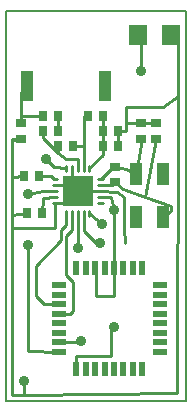
<source format=gtl>
G75*
%MOIN*%
%OFA0B0*%
%FSLAX25Y25*%
%IPPOS*%
%LPD*%
%AMOC8*
5,1,8,0,0,1.08239X$1,22.5*
%
%ADD10C,0.00800*%
%ADD11R,0.04331X0.07480*%
%ADD12R,0.02756X0.03543*%
%ADD13R,0.03543X0.02756*%
%ADD14R,0.09900X0.09900*%
%ADD15C,0.01155*%
%ADD16R,0.04000X0.10000*%
%ADD17R,0.02200X0.05000*%
%ADD18R,0.05000X0.02200*%
%ADD19R,0.06299X0.07087*%
%ADD20C,0.01000*%
%ADD21C,0.03562*%
D10*
X0013000Y0001400D02*
X0013000Y0131400D01*
X0073000Y0131400D01*
X0073000Y0001400D01*
X0013000Y0001400D01*
D11*
X0056472Y0062617D03*
X0065528Y0062617D03*
X0065528Y0077183D03*
X0056472Y0077183D03*
D12*
X0050559Y0086400D03*
X0050559Y0091400D03*
X0045441Y0091400D03*
X0045559Y0096400D03*
X0040441Y0096400D03*
X0035559Y0086400D03*
X0030441Y0086400D03*
X0030559Y0091400D03*
X0030559Y0096400D03*
X0025441Y0096400D03*
X0025441Y0091400D03*
X0024059Y0076400D03*
X0018941Y0076400D03*
X0019941Y0063900D03*
X0025059Y0063900D03*
X0045441Y0086400D03*
D13*
X0049500Y0079459D03*
X0049500Y0074341D03*
X0058000Y0088841D03*
X0058000Y0093959D03*
X0063000Y0093959D03*
X0063000Y0088841D03*
X0018000Y0088841D03*
X0018000Y0093959D03*
D14*
X0036997Y0071402D03*
D15*
X0036997Y0078210D02*
X0036997Y0079756D01*
X0036997Y0078210D02*
X0036997Y0078210D01*
X0036997Y0079756D01*
X0036997Y0079756D01*
X0036997Y0079364D02*
X0036997Y0079364D01*
X0038939Y0079756D02*
X0038939Y0078210D01*
X0038939Y0079756D02*
X0038939Y0079756D01*
X0038939Y0078210D01*
X0038939Y0078210D01*
X0038939Y0079364D02*
X0038939Y0079364D01*
X0040880Y0079756D02*
X0040880Y0078210D01*
X0040880Y0079756D02*
X0040880Y0079756D01*
X0040880Y0078210D01*
X0040880Y0078210D01*
X0040880Y0079364D02*
X0040880Y0079364D01*
X0043805Y0075285D02*
X0045351Y0075285D01*
X0045351Y0075285D01*
X0043805Y0075285D01*
X0043805Y0075285D01*
X0043805Y0073344D02*
X0045351Y0073344D01*
X0045351Y0073344D01*
X0043805Y0073344D01*
X0043805Y0073344D01*
X0043805Y0071402D02*
X0045351Y0071402D01*
X0043805Y0071402D02*
X0043805Y0071402D01*
X0045351Y0071402D01*
X0045351Y0071402D01*
X0045351Y0069461D02*
X0043805Y0069461D01*
X0043805Y0069461D01*
X0045351Y0069461D01*
X0045351Y0069461D01*
X0045351Y0067519D02*
X0043805Y0067519D01*
X0043805Y0067519D01*
X0045351Y0067519D01*
X0045351Y0067519D01*
X0040880Y0064595D02*
X0040880Y0063049D01*
X0040880Y0064595D02*
X0040880Y0064595D01*
X0040880Y0063049D01*
X0040880Y0063049D01*
X0040880Y0064203D02*
X0040880Y0064203D01*
X0038939Y0064595D02*
X0038939Y0063049D01*
X0038939Y0063049D01*
X0038939Y0064595D01*
X0038939Y0064595D01*
X0038939Y0064203D02*
X0038939Y0064203D01*
X0036997Y0064595D02*
X0036997Y0063049D01*
X0036997Y0063049D01*
X0036997Y0064595D01*
X0036997Y0064595D01*
X0036997Y0064203D02*
X0036997Y0064203D01*
X0035056Y0064595D02*
X0035056Y0063049D01*
X0035056Y0063049D01*
X0035056Y0064595D01*
X0035056Y0064595D01*
X0035056Y0064203D02*
X0035056Y0064203D01*
X0033114Y0064595D02*
X0033114Y0063049D01*
X0033114Y0063049D01*
X0033114Y0064595D01*
X0033114Y0064595D01*
X0033114Y0064203D02*
X0033114Y0064203D01*
X0030190Y0067519D02*
X0028644Y0067519D01*
X0030190Y0067519D02*
X0030190Y0067519D01*
X0028644Y0067519D01*
X0028644Y0067519D01*
X0028644Y0069461D02*
X0030190Y0069461D01*
X0030190Y0069461D01*
X0028644Y0069461D01*
X0028644Y0069461D01*
X0028644Y0071402D02*
X0030190Y0071402D01*
X0030190Y0071402D01*
X0028644Y0071402D01*
X0028644Y0071402D01*
X0028644Y0073344D02*
X0030190Y0073344D01*
X0028644Y0073344D02*
X0028644Y0073344D01*
X0030190Y0073344D01*
X0030190Y0073344D01*
X0030190Y0075285D02*
X0028644Y0075285D01*
X0030190Y0075285D02*
X0030190Y0075285D01*
X0028644Y0075285D01*
X0028644Y0075285D01*
X0033114Y0078210D02*
X0033114Y0079756D01*
X0033114Y0078210D02*
X0033114Y0078210D01*
X0033114Y0079756D01*
X0033114Y0079756D01*
X0033114Y0079364D02*
X0033114Y0079364D01*
X0035056Y0079756D02*
X0035056Y0078210D01*
X0035056Y0078210D01*
X0035056Y0079756D01*
X0035056Y0079756D01*
X0035056Y0079364D02*
X0035056Y0079364D01*
D16*
X0046000Y0106400D03*
X0020000Y0106400D03*
D17*
X0036476Y0045800D03*
X0039626Y0045800D03*
X0042776Y0045800D03*
X0045925Y0045800D03*
X0049075Y0045800D03*
X0052224Y0045800D03*
X0055374Y0045800D03*
X0058524Y0045800D03*
X0058524Y0012000D03*
X0055374Y0012000D03*
X0052224Y0012000D03*
X0049075Y0012000D03*
X0045925Y0012000D03*
X0042776Y0012000D03*
X0039626Y0012000D03*
X0036476Y0012000D03*
D18*
X0030600Y0017876D03*
X0030600Y0021026D03*
X0030600Y0024176D03*
X0030600Y0027325D03*
X0030600Y0030475D03*
X0030600Y0033624D03*
X0030600Y0036774D03*
X0030600Y0039924D03*
X0064400Y0039924D03*
X0064400Y0036774D03*
X0064400Y0033624D03*
X0064400Y0030475D03*
X0064400Y0027325D03*
X0064400Y0024176D03*
X0064400Y0021026D03*
X0064400Y0017876D03*
D19*
X0068012Y0123400D03*
X0056988Y0123400D03*
D20*
X0058000Y0120888D01*
X0058000Y0111400D01*
X0053000Y0099400D02*
X0053000Y0093959D01*
X0058000Y0093959D01*
X0063000Y0093959D01*
X0063000Y0088841D02*
X0059500Y0069400D01*
X0068000Y0066400D01*
X0068000Y0064589D01*
X0065528Y0062617D01*
X0059500Y0069400D02*
X0052000Y0071900D01*
X0049500Y0074341D01*
X0048500Y0073344D01*
X0044578Y0073344D01*
X0044578Y0071402D02*
X0044580Y0071400D01*
X0050000Y0070900D01*
X0052500Y0069400D01*
X0052500Y0058900D01*
X0052724Y0054176D01*
X0049075Y0053400D02*
X0049075Y0045800D01*
X0049075Y0036400D01*
X0043000Y0036400D01*
X0043000Y0045800D01*
X0042776Y0045800D01*
X0043000Y0053900D02*
X0044500Y0053900D01*
X0043000Y0053900D02*
X0039000Y0057900D01*
X0039000Y0063761D01*
X0038939Y0063822D01*
X0037000Y0063819D02*
X0037000Y0052400D01*
X0033000Y0056400D02*
X0035056Y0058456D01*
X0035056Y0063822D01*
X0033114Y0063822D02*
X0033000Y0061400D01*
X0033000Y0059900D01*
X0031500Y0058400D01*
X0031500Y0054900D01*
X0023000Y0046400D01*
X0023000Y0036400D01*
X0025776Y0033624D01*
X0030600Y0033624D01*
X0030600Y0030475D02*
X0034575Y0030475D01*
X0035500Y0031400D01*
X0035500Y0040900D01*
X0033000Y0043400D01*
X0033000Y0056400D01*
X0029500Y0059019D02*
X0024500Y0058900D01*
X0015000Y0058900D01*
X0015000Y0003400D01*
X0019000Y0003400D01*
X0019000Y0007900D01*
X0019000Y0003400D02*
X0070000Y0003900D01*
X0070500Y0102900D01*
X0070500Y0120912D01*
X0068012Y0123400D01*
X0068000Y0121400D01*
X0070500Y0102900D02*
X0065500Y0099400D01*
X0053000Y0099400D01*
X0053000Y0093959D02*
X0053000Y0091400D01*
X0050559Y0091400D01*
X0050559Y0086400D01*
X0049500Y0079459D02*
X0053000Y0078683D01*
X0056472Y0077183D01*
X0058472Y0088841D01*
X0058000Y0088841D01*
X0049500Y0079459D02*
X0048251Y0078959D01*
X0044578Y0075285D01*
X0044578Y0071402D02*
X0036997Y0071402D01*
X0033000Y0071402D01*
X0033000Y0073344D01*
X0029417Y0073344D01*
X0029417Y0071402D02*
X0029417Y0071400D01*
X0025500Y0071400D01*
X0020500Y0070400D01*
X0025559Y0068961D02*
X0025059Y0063900D01*
X0025559Y0068961D02*
X0029417Y0069461D01*
X0029417Y0067519D02*
X0029500Y0059019D01*
X0029417Y0067519D02*
X0033000Y0067519D01*
X0033000Y0071402D01*
X0035056Y0071402D02*
X0036997Y0071402D01*
X0035056Y0071402D02*
X0035056Y0078983D01*
X0033114Y0078983D02*
X0029000Y0079483D01*
X0026500Y0081900D01*
X0028000Y0076400D02*
X0024059Y0076400D01*
X0028000Y0076400D02*
X0029115Y0075285D01*
X0029417Y0075285D01*
X0033000Y0081900D02*
X0030441Y0083959D01*
X0025441Y0088959D01*
X0025441Y0091400D01*
X0025441Y0096400D02*
X0018000Y0096400D01*
X0018000Y0093959D01*
X0018000Y0104400D01*
X0020000Y0106400D01*
X0030559Y0096400D02*
X0030559Y0091400D01*
X0030441Y0086400D02*
X0030441Y0083959D01*
X0033000Y0081900D02*
X0036997Y0081900D01*
X0036997Y0078983D01*
X0038939Y0078983D02*
X0038939Y0086400D01*
X0038939Y0096400D01*
X0040441Y0096400D01*
X0045441Y0096400D02*
X0045441Y0091400D01*
X0045441Y0086400D01*
X0045441Y0083544D01*
X0040880Y0078983D01*
X0038939Y0086400D02*
X0035559Y0086400D01*
X0045441Y0096400D02*
X0045559Y0096400D01*
X0044578Y0069461D02*
X0044639Y0069400D01*
X0048000Y0069400D01*
X0049000Y0064900D01*
X0049075Y0053400D01*
X0045000Y0060400D02*
X0041000Y0063702D01*
X0040880Y0063822D01*
X0037000Y0063819D02*
X0036997Y0063822D01*
X0020500Y0053400D02*
X0020500Y0017976D01*
X0030600Y0017876D01*
X0030600Y0021026D02*
X0037626Y0021026D01*
X0038000Y0021400D01*
X0036476Y0016400D02*
X0048000Y0016400D01*
X0048000Y0025900D01*
X0049000Y0025900D01*
X0048000Y0025900D02*
X0048000Y0026400D01*
X0036476Y0016400D02*
X0036476Y0012000D01*
X0015000Y0058900D02*
X0015000Y0063400D01*
X0019941Y0063900D01*
X0015000Y0063400D02*
X0015000Y0075900D01*
X0018941Y0076400D01*
X0015000Y0075900D02*
X0015000Y0088400D01*
X0017500Y0088400D01*
X0018000Y0088841D02*
X0015000Y0088841D01*
X0015000Y0088400D01*
D21*
X0026500Y0081900D03*
X0020500Y0070400D03*
X0020500Y0053400D03*
X0037000Y0052400D03*
X0044500Y0053900D03*
X0045000Y0060400D03*
X0049000Y0064900D03*
X0049000Y0025900D03*
X0038000Y0021400D03*
X0019000Y0007900D03*
X0058000Y0111400D03*
M02*

</source>
